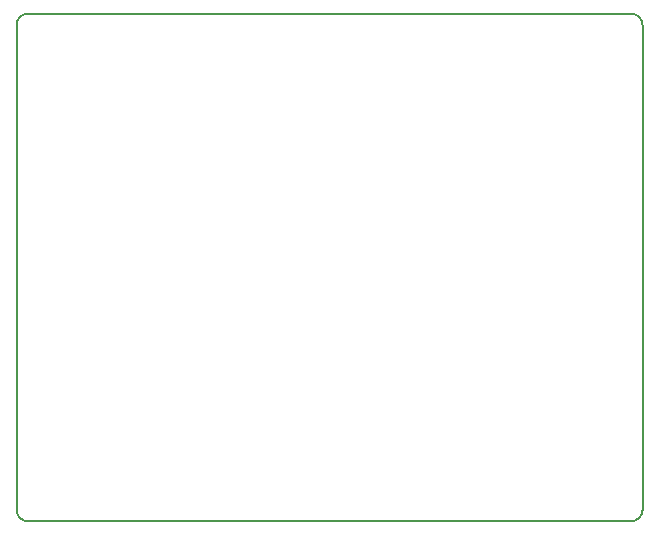
<source format=gbr>
%TF.GenerationSoftware,Novarm,DipTrace,3.0.0.2*%
%TF.CreationDate,2017-10-26T14:07:41+00:00*%
%FSLAX35Y35*%
%MOMM*%
%TF.FileFunction,Profile*%
%TF.Part,Single*%
%ADD11C,0.14*%
G75*
G01*
%LPD*%
X1100000Y1000000D2*
D11*
X6200000D1*
G03X6300000Y1100000I-2J100002D01*
G01*
Y5200000D1*
G03X6200000Y5300000I-100002J-2D01*
G01*
X1100000D1*
G03X1000000Y5200000I2J-100002D01*
G01*
Y1100000D1*
G03X1100000Y1000000I100002J2D01*
G01*
M02*

</source>
